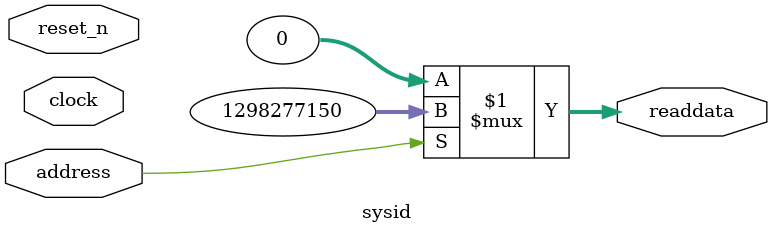
<source format=v>

`timescale 1ns / 1ps
// synthesis translate_on

// turn off superfluous verilog processor warnings 
// altera message_level Level1 
// altera message_off 10034 10035 10036 10037 10230 10240 10030 

module sysid (
               // inputs:
                address,
                clock,
                reset_n,

               // outputs:
                readdata
             )
;

  output  [ 31: 0] readdata;
  input            address;
  input            clock;
  input            reset_n;

  wire    [ 31: 0] readdata;
  //control_slave, which is an e_avalon_slave
  assign readdata = address ? 1298277150 : 0;

endmodule


</source>
